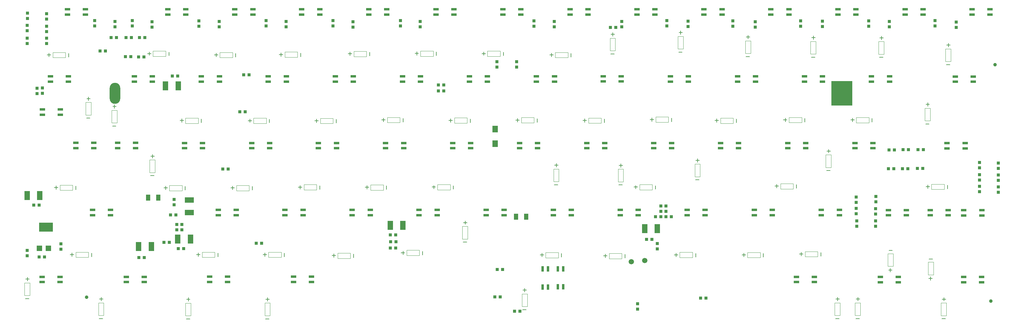
<source format=gbp>
G04 Layer_Color=16770453*
%FSLAX44Y44*%
%MOMM*%
G71*
G01*
G75*
%ADD10C,0.1000*%
%ADD11C,1.0000*%
%ADD19C,0.2032*%
%ADD20C,1.5000*%
%ADD31R,6.0000X7.0000*%
%ADD33R,1.5000X0.8000*%
%ADD34R,0.8000X1.5000*%
%ADD35O,3.0000X6.0000*%
%ADD36R,0.9000X0.9000*%
%ADD37R,0.9000X0.9000*%
%ADD38R,0.9000X0.9000*%
%ADD39R,0.9000X0.9000*%
%ADD40R,1.5240X2.5400*%
%ADD41R,1.2000X1.8000*%
%ADD42R,4.0000X2.5000*%
%ADD43R,2.5400X1.5240*%
%ADD44R,1.5000X1.5000*%
%ADD45R,1.6500X1.8500*%
D10*
X1498316Y2473932D02*
Y2509932D01*
X1483316Y2473932D02*
Y2509932D01*
X1498316D02*
X1483316D01*
X1498316Y2473932D02*
X1483316D01*
X3591022Y2243740D02*
X3576022Y2243740D01*
X3591022Y2207740D02*
X3576022Y2207740D01*
X3591022Y2207740D02*
Y2243740D01*
X3576022Y2207740D02*
Y2243740D01*
X3754598Y2789400D02*
X3739598Y2789400D01*
X3754598Y2825400D02*
X3739598Y2825400D01*
Y2789400D02*
Y2825400D01*
X3754598Y2789400D02*
Y2825400D01*
X3564861Y2809974D02*
Y2845974D01*
X3549861Y2809974D02*
Y2845974D01*
X3564861Y2845974D02*
X3549861Y2845974D01*
X3564861Y2809974D02*
X3549861Y2809974D01*
X3371820Y2810482D02*
X3356820Y2810482D01*
X3371820Y2846482D02*
X3356820Y2846482D01*
Y2810482D02*
Y2846482D01*
X3371820Y2810482D02*
Y2846482D01*
X3186908Y2812260D02*
X3171908D01*
X3186908Y2848260D02*
X3171908D01*
Y2812260D02*
Y2848260D01*
X3186908Y2812260D02*
Y2848260D01*
X2995646Y2824706D02*
X2980646D01*
X2995646Y2860706D02*
X2980646D01*
Y2824706D02*
Y2860706D01*
X2995646Y2824706D02*
Y2860706D01*
X2803114Y2819626D02*
X2788114D01*
X2803114Y2855626D02*
X2788114D01*
Y2819626D02*
Y2855626D01*
X2803114Y2819626D02*
Y2855626D01*
X2668860Y2800214D02*
Y2815214D01*
X2632860Y2800214D02*
Y2815214D01*
X2668860Y2800214D02*
X2632860D01*
X2668860Y2815214D02*
X2632860D01*
X2476860Y2803964D02*
Y2818964D01*
X2440860Y2803964D02*
Y2818964D01*
X2476860Y2803964D02*
X2440860D01*
X2476860Y2818964D02*
X2440860D01*
X2286860Y2804214D02*
Y2819214D01*
X2250860Y2804214D02*
Y2819214D01*
X2286860Y2804214D02*
X2250860D01*
X2286860Y2819214D02*
X2250860D01*
X2097860Y2803464D02*
Y2818464D01*
X2061860Y2803464D02*
Y2818464D01*
X2097860Y2803464D02*
X2061860D01*
X2097860Y2818464D02*
X2061860D01*
X1902360Y2801214D02*
Y2816214D01*
X1866360Y2801214D02*
Y2816214D01*
X1902360Y2801214D02*
X1866360D01*
X1902360Y2816214D02*
X1866360D01*
X1718110Y2800214D02*
Y2815214D01*
X1682110Y2800214D02*
Y2815214D01*
X1718110Y2800214D02*
X1682110D01*
X1718110Y2815214D02*
X1682110D01*
X1528610Y2803964D02*
Y2818964D01*
X1492610Y2803964D02*
Y2818964D01*
X1528610Y2803964D02*
X1492610D01*
X1528610Y2818964D02*
X1492610D01*
X1244360Y2800214D02*
Y2815214D01*
X1208360Y2800214D02*
Y2815214D01*
X1244360Y2800214D02*
X1208360D01*
X1244360Y2815214D02*
X1208360D01*
X3695924Y2620998D02*
X3680924Y2620998D01*
X3695924Y2656998D02*
X3680924Y2656998D01*
Y2620998D02*
Y2656998D01*
X3695924Y2620998D02*
Y2656998D01*
X3522360Y2615464D02*
Y2630464D01*
X3486360Y2615464D02*
Y2630464D01*
X3522360Y2615464D02*
X3486360D01*
X3522360Y2630464D02*
X3486360D01*
X3331610Y2615714D02*
Y2630714D01*
X3295610Y2615714D02*
Y2630714D01*
X3331610Y2615714D02*
X3295610D01*
X3331610Y2630714D02*
X3295610D01*
X3137610Y2628714D02*
X3101610D01*
X3137610Y2613714D02*
X3101610D01*
Y2628714D01*
X3137610Y2613714D02*
Y2628714D01*
X2953860Y2616714D02*
Y2631714D01*
X2917860Y2616714D02*
Y2631714D01*
X2953860Y2616714D02*
X2917860D01*
X2953860Y2631714D02*
X2917860D01*
X2763360Y2613964D02*
Y2628964D01*
X2727361Y2613964D02*
Y2628964D01*
X2763360Y2613964D02*
X2727361D01*
X2763360Y2628964D02*
X2727361D01*
X2572860Y2614964D02*
Y2629964D01*
X2536860Y2614964D02*
Y2629964D01*
X2572860Y2614964D02*
X2536860D01*
X2572860Y2629964D02*
X2536860D01*
X2383110Y2614214D02*
Y2629214D01*
X2347110Y2614214D02*
Y2629214D01*
X2383110Y2614214D02*
X2347110D01*
X2383110Y2629214D02*
X2347110D01*
X2192610Y2615714D02*
Y2630714D01*
X2156610Y2615714D02*
Y2630714D01*
X2192610Y2615714D02*
X2156610D01*
X2192610Y2630714D02*
X2156610D01*
X2003110Y2613214D02*
Y2628214D01*
X1967110Y2613214D02*
Y2628214D01*
X2003110Y2613214D02*
X1967110D01*
X2003110Y2628214D02*
X1967110D01*
X1813860Y2613464D02*
Y2628464D01*
X1777860Y2613464D02*
Y2628464D01*
X1813860Y2613464D02*
X1777860D01*
X1813860Y2628464D02*
X1777860D01*
X1620860Y2613714D02*
Y2628714D01*
X1584860Y2613714D02*
Y2628714D01*
X1620860Y2613714D02*
X1584860D01*
X1620860Y2628714D02*
X1584860D01*
X1390366Y2614902D02*
Y2650902D01*
X1375366Y2614902D02*
Y2650902D01*
X1390366D02*
X1375366D01*
X1390366Y2614902D02*
X1375366D01*
X1316706Y2637254D02*
X1301706Y2637254D01*
X1316706Y2673254D02*
X1301706Y2673254D01*
Y2637254D02*
Y2673254D01*
X1316706Y2637254D02*
Y2673254D01*
X1309610Y2247964D02*
X1273610D01*
X1309610Y2232964D02*
X1273610D01*
Y2247964D01*
X1309610Y2232964D02*
Y2247964D01*
X3735860Y2425964D02*
Y2440964D01*
X3699861Y2425964D02*
Y2440964D01*
X3735860Y2425964D02*
X3699861D01*
X3735860Y2440964D02*
X3699861D01*
X3415000Y2488410D02*
X3400000Y2488410D01*
X3415000Y2524410D02*
X3400000Y2524410D01*
Y2488410D02*
Y2524410D01*
X3415000Y2488410D02*
Y2524410D01*
X3307832Y2427493D02*
Y2442493D01*
X3271832Y2427493D02*
Y2442493D01*
X3307832Y2427493D02*
X3271832D01*
X3307832Y2442493D02*
X3271832D01*
X3043611Y2461964D02*
X3028611D01*
X3043611Y2497964D02*
X3028611D01*
Y2461964D02*
Y2497964D01*
X3043611Y2461964D02*
Y2497964D01*
X2907860Y2424714D02*
Y2439714D01*
X2871860Y2424714D02*
Y2439714D01*
X2907860Y2424714D02*
X2871860D01*
X2907860Y2439714D02*
X2871860D01*
X2826111Y2447714D02*
X2811111D01*
X2826111Y2483714D02*
X2811111D01*
Y2447714D02*
Y2483714D01*
X2826111Y2447714D02*
Y2483714D01*
X2643110Y2448214D02*
X2628110D01*
X2643110Y2484214D02*
X2628110D01*
Y2448214D02*
Y2484214D01*
X2643110Y2448214D02*
Y2484214D01*
X2335110Y2424714D02*
Y2439714D01*
X2299110Y2424714D02*
Y2439714D01*
X2335110Y2424714D02*
X2299110D01*
X2335110Y2439714D02*
X2299110D01*
X2145610Y2423964D02*
Y2438964D01*
X2109610Y2423964D02*
Y2438964D01*
X2145610Y2423964D02*
X2109610D01*
X2145610Y2438964D02*
X2109610D01*
X1956360Y2424464D02*
Y2439464D01*
X1920360Y2424464D02*
Y2439464D01*
X1956360Y2424464D02*
X1920360D01*
X1956360Y2439464D02*
X1920360D01*
X1765110Y2422214D02*
Y2437214D01*
X1729110Y2422214D02*
Y2437214D01*
X1765110Y2422214D02*
X1729110D01*
X1765110Y2437214D02*
X1729110D01*
X1575110Y2422214D02*
Y2437214D01*
X1539110Y2422214D02*
Y2437214D01*
X1575110Y2422214D02*
X1539110D01*
X1575110Y2437214D02*
X1539110D01*
X1264860Y2423464D02*
Y2438464D01*
X1228860Y2423464D02*
Y2438464D01*
X1264860Y2423464D02*
X1228860D01*
X1264860Y2438464D02*
X1228860D01*
X3705068Y2219610D02*
X3690068D01*
X3705068Y2183610D02*
X3690068D01*
X3705068D02*
Y2219610D01*
X3690068Y2183610D02*
Y2219610D01*
X3377110Y2234714D02*
Y2249714D01*
X3341111Y2234714D02*
Y2249714D01*
X3377110Y2234714D02*
X3341111D01*
X3377110Y2249714D02*
X3341111D01*
X3214154Y2232118D02*
Y2247118D01*
X3178154Y2232118D02*
Y2247118D01*
X3214154Y2232118D02*
X3178154D01*
X3214154Y2247118D02*
X3178154D01*
X3022130Y2232372D02*
Y2247372D01*
X2986130Y2232372D02*
Y2247372D01*
X3022130Y2232372D02*
X2986130D01*
X3022130Y2247372D02*
X2986130D01*
X2821610Y2229464D02*
Y2244464D01*
X2785610Y2229464D02*
Y2244464D01*
X2821610Y2229464D02*
X2785610D01*
X2821610Y2244464D02*
X2785610D01*
X2641892Y2231864D02*
Y2246864D01*
X2605892Y2231864D02*
Y2246864D01*
X2641892Y2231864D02*
X2605892D01*
X2641892Y2246864D02*
X2605892D01*
X2384610Y2285214D02*
Y2321214D01*
X2369610Y2285214D02*
Y2321214D01*
X2384610D02*
X2369610D01*
X2384610Y2285214D02*
X2369610D01*
X2247860Y2238214D02*
Y2253214D01*
X2211860Y2238214D02*
Y2253214D01*
X2247860Y2238214D02*
X2211860D01*
X2247860Y2253214D02*
X2211860D01*
X2052110Y2230214D02*
Y2245214D01*
X2016110Y2230214D02*
Y2245214D01*
X2052110Y2230214D02*
X2016110D01*
X2052110Y2245214D02*
X2016110D01*
X1856110Y2232964D02*
Y2247964D01*
X1820110Y2232964D02*
Y2247964D01*
X1856110Y2232964D02*
X1820110D01*
X1856110Y2247964D02*
X1820110D01*
X1667860Y2232964D02*
Y2247964D01*
X1631860Y2232964D02*
Y2247964D01*
X1667860Y2232964D02*
X1631860D01*
X1667860Y2247964D02*
X1631860D01*
X3741860Y2067714D02*
X3726860D01*
X3741860Y2103714D02*
X3726860D01*
Y2067714D02*
Y2103714D01*
X3741860Y2067714D02*
Y2103714D01*
X3498110Y2067964D02*
X3483110D01*
X3498110Y2103964D02*
X3483110D01*
Y2067964D02*
Y2103964D01*
X3498110Y2067964D02*
Y2103964D01*
X3440360Y2067964D02*
X3425360D01*
X3440360Y2103964D02*
X3425360D01*
Y2067964D02*
Y2103964D01*
X3440360Y2067964D02*
Y2103964D01*
X2553610Y2093464D02*
Y2129464D01*
X2538610Y2093464D02*
Y2129464D01*
X2553610D02*
X2538610D01*
X2553610Y2093464D02*
X2538610D01*
X1824341Y2067334D02*
X1809341D01*
X1824341Y2103334D02*
X1809341D01*
Y2067334D02*
Y2103334D01*
X1824341Y2067334D02*
Y2103334D01*
X1599610Y2067214D02*
X1584610D01*
X1599610Y2103214D02*
X1584610D01*
Y2067214D02*
Y2103214D01*
X1599610Y2067214D02*
Y2103214D01*
X1352860Y2067964D02*
X1337860D01*
X1352860Y2103964D02*
X1337860D01*
Y2067964D02*
Y2103964D01*
X1352860Y2067964D02*
Y2103964D01*
X1143360Y2124714D02*
X1128360D01*
X1143360Y2160714D02*
X1128360D01*
Y2124714D02*
Y2160714D01*
X1143360Y2124714D02*
Y2160714D01*
D11*
X3867860Y2108714D02*
D03*
X1303860Y2119464D02*
D03*
X3880110Y2779964D02*
D03*
D19*
X1496324Y2520488D02*
X1486324D01*
X1491324Y2515598D02*
Y2525598D01*
X1495482Y2465008D02*
X1485482D01*
X3588857Y2252664D02*
X3578856Y2252664D01*
X3583014Y2192074D02*
Y2202074D01*
X3588014Y2197184D02*
X3578015D01*
X3751764Y2780476D02*
X3741764D01*
X3747607Y2831066D02*
X3747606Y2841066D01*
X3752606Y2835956D02*
X3742607Y2835956D01*
X3562868Y2856530D02*
X3552868Y2856530D01*
X3557868Y2851640D02*
X3557868Y2861640D01*
X3562026Y2801050D02*
X3552026D01*
X3368986Y2801558D02*
X3358986D01*
X3364828Y2852148D02*
X3364828Y2862148D01*
X3369828Y2857038D02*
X3359828Y2857038D01*
X3184074Y2803336D02*
X3174074D01*
X3179916Y2853926D02*
X3179916Y2863926D01*
X3184916Y2858816D02*
X3174916D01*
X2992812Y2815782D02*
X2982812D01*
X2988654Y2866372D02*
X2988654Y2876372D01*
X2993654Y2871262D02*
X2983654D01*
X2800280Y2810702D02*
X2790280D01*
X2796122Y2861292D02*
X2796122Y2871292D01*
X2801122Y2866182D02*
X2791122D01*
X2677784Y2802380D02*
Y2812380D01*
X2627195Y2808222D02*
X2617195D01*
X2622304Y2803222D02*
Y2813222D01*
X2485784Y2806130D02*
Y2816130D01*
X2435194Y2811972D02*
X2425194D01*
X2430304Y2806972D02*
Y2816972D01*
X2295784Y2806380D02*
Y2816380D01*
X2245194Y2812222D02*
X2235194D01*
X2240304Y2807222D02*
Y2817222D01*
X2106784Y2805630D02*
Y2815630D01*
X2056194Y2811472D02*
X2046194D01*
X2051304Y2806472D02*
Y2816472D01*
X1911284Y2803380D02*
Y2813380D01*
X1860694Y2809222D02*
X1850694D01*
X1855804Y2804222D02*
Y2814222D01*
X1727034Y2802380D02*
Y2812380D01*
X1676444Y2808222D02*
X1666444D01*
X1671554Y2803222D02*
Y2813222D01*
X1537534Y2806130D02*
Y2816130D01*
X1486944Y2811972D02*
X1476944D01*
X1482054Y2806972D02*
Y2816972D01*
X1253284Y2802380D02*
Y2812380D01*
X1202694Y2808222D02*
X1192694D01*
X1197804Y2803222D02*
Y2813222D01*
X3693090Y2612074D02*
X3683090D01*
X3688932Y2662664D02*
X3688932Y2672664D01*
X3693932Y2667554D02*
X3683932Y2667554D01*
X3531284Y2617630D02*
Y2627630D01*
X3480694Y2623472D02*
X3470694D01*
X3475804Y2618472D02*
Y2628472D01*
X3340534Y2617880D02*
Y2627880D01*
X3289944Y2623722D02*
X3279944D01*
X3285054Y2618722D02*
Y2628722D01*
X3091054Y2616722D02*
Y2626722D01*
X3095945Y2621722D02*
X3085944D01*
X3146534Y2615880D02*
Y2625880D01*
X2962784Y2618880D02*
Y2628880D01*
X2912195Y2624722D02*
X2902194D01*
X2907304Y2619722D02*
Y2629722D01*
X2772284Y2616130D02*
Y2626130D01*
X2721694Y2621972D02*
X2711694D01*
X2716804Y2616972D02*
Y2626972D01*
X2581784Y2617130D02*
Y2627130D01*
X2531194Y2622972D02*
X2521194D01*
X2526304Y2617972D02*
Y2627972D01*
X2392034Y2616380D02*
Y2626380D01*
X2341444Y2622222D02*
X2331444D01*
X2336554Y2617222D02*
Y2627222D01*
X2201534Y2617880D02*
Y2627880D01*
X2150944Y2623722D02*
X2140944D01*
X2146054Y2618722D02*
Y2628722D01*
X2012034Y2615380D02*
Y2625380D01*
X1961444Y2621222D02*
X1951444D01*
X1956554Y2616222D02*
Y2626222D01*
X1822784Y2615630D02*
Y2625630D01*
X1772194Y2621472D02*
X1762194D01*
X1767304Y2616472D02*
Y2626472D01*
X1629784Y2615880D02*
Y2625880D01*
X1579194Y2621722D02*
X1569194D01*
X1574304Y2616722D02*
Y2626722D01*
X1388374Y2661458D02*
X1378374D01*
X1383374Y2656568D02*
X1383374Y2666568D01*
X1387532Y2605978D02*
X1377532D01*
X1313872Y2628330D02*
X1303872D01*
X1309714Y2678920D02*
X1309714Y2688920D01*
X1314714Y2683810D02*
X1304714Y2683810D01*
X1263054Y2235972D02*
Y2245972D01*
X1267944Y2240972D02*
X1257944D01*
X1318534Y2235130D02*
Y2245130D01*
X3744785Y2428130D02*
Y2438130D01*
X3694194Y2433972D02*
X3684194D01*
X3689305Y2428972D02*
Y2438972D01*
X3412166Y2479486D02*
X3402166D01*
X3408008Y2530076D02*
X3408008Y2540076D01*
X3413008Y2534966D02*
X3403008Y2534966D01*
X3316756Y2429659D02*
Y2439659D01*
X3266166Y2435501D02*
X3256166D01*
X3261276Y2430501D02*
Y2440501D01*
X3040776Y2453040D02*
X3030776D01*
X3036618Y2503630D02*
Y2513630D01*
X3041618Y2508520D02*
X3031618D01*
X2916784Y2426880D02*
Y2436880D01*
X2866194Y2432722D02*
X2856194D01*
X2861304Y2427722D02*
Y2437722D01*
X2823276Y2438790D02*
X2813276D01*
X2819118Y2489380D02*
Y2499380D01*
X2824118Y2494270D02*
X2814118D01*
X2640276Y2439290D02*
X2630276D01*
X2636118Y2489880D02*
Y2499880D01*
X2641118Y2494770D02*
X2631118D01*
X2344034Y2426880D02*
Y2436880D01*
X2293444Y2432722D02*
X2283444D01*
X2288554Y2427722D02*
Y2437722D01*
X2154534Y2426130D02*
Y2436130D01*
X2103944Y2431972D02*
X2093944D01*
X2099054Y2426972D02*
Y2436972D01*
X1965284Y2426630D02*
Y2436630D01*
X1914694Y2432472D02*
X1904694D01*
X1909804Y2427472D02*
Y2437472D01*
X1774034Y2424380D02*
Y2434380D01*
X1723444Y2430222D02*
X1713444D01*
X1718554Y2425222D02*
Y2435222D01*
X1584034Y2424380D02*
Y2434380D01*
X1533444Y2430222D02*
X1523444D01*
X1528554Y2425222D02*
Y2435222D01*
X1273784Y2425630D02*
Y2435630D01*
X1223194Y2431472D02*
X1213194D01*
X1218304Y2426472D02*
Y2436472D01*
X3702903Y2228534D02*
X3692903D01*
X3697060Y2167944D02*
X3697060Y2177944D01*
X3702060Y2173054D02*
X3692061Y2173054D01*
X3386035Y2236880D02*
Y2246880D01*
X3335444Y2242722D02*
X3325444D01*
X3330554Y2237722D02*
Y2247722D01*
X3223078Y2234284D02*
Y2244284D01*
X3172488Y2240126D02*
X3162488D01*
X3167598Y2235126D02*
Y2245126D01*
X3031054Y2234538D02*
Y2244538D01*
X2980464Y2240380D02*
X2970464D01*
X2975574Y2235380D02*
Y2245380D01*
X2830534Y2231630D02*
Y2241630D01*
X2779944Y2237472D02*
X2769944D01*
X2775054Y2232472D02*
Y2242472D01*
X2650816Y2234030D02*
Y2244030D01*
X2600226Y2239872D02*
X2590226D01*
X2595336Y2234872D02*
Y2244872D01*
X2382618Y2331770D02*
X2372618D01*
X2377618Y2326880D02*
Y2336880D01*
X2381776Y2276290D02*
X2371776D01*
X2256784Y2240380D02*
Y2250380D01*
X2206194Y2246222D02*
X2196194D01*
X2201304Y2241222D02*
Y2251222D01*
X2061034Y2232380D02*
Y2242380D01*
X2010444Y2238222D02*
X2000444D01*
X2005554Y2233222D02*
Y2243222D01*
X1865034Y2235130D02*
Y2245130D01*
X1814444Y2240972D02*
X1804444D01*
X1809554Y2235972D02*
Y2245972D01*
X1676784Y2235130D02*
Y2245130D01*
X1626194Y2240972D02*
X1616194D01*
X1621304Y2235972D02*
Y2245972D01*
X3739026Y2058790D02*
X3729026D01*
X3734868Y2109380D02*
Y2119380D01*
X3739868Y2114270D02*
X3729868D01*
X3495276Y2059040D02*
X3485276D01*
X3491118Y2109630D02*
Y2119630D01*
X3496118Y2114520D02*
X3486118D01*
X3437526Y2059040D02*
X3427526D01*
X3433368Y2109630D02*
Y2119630D01*
X3438368Y2114520D02*
X3428369D01*
X2551618Y2140020D02*
X2541618D01*
X2546618Y2135130D02*
Y2145130D01*
X2550776Y2084540D02*
X2540776D01*
X1821506Y2058410D02*
X1811506D01*
X1817348Y2109000D02*
Y2119000D01*
X1822348Y2113890D02*
X1812348D01*
X1596776Y2058290D02*
X1586776D01*
X1592618Y2108880D02*
Y2118880D01*
X1597618Y2113770D02*
X1587618D01*
X1350026Y2059040D02*
X1340026D01*
X1345868Y2109630D02*
Y2119630D01*
X1350868Y2114520D02*
X1340868D01*
X1140526Y2115790D02*
X1130526D01*
X1136368Y2166380D02*
Y2176380D01*
X1141368Y2171270D02*
X1131368D01*
D20*
X2886272Y2223653D02*
D03*
X2848585Y2220198D02*
D03*
D31*
X3445110Y2698714D02*
D03*
D33*
X1443273Y2558114D02*
D03*
Y2543114D02*
D03*
X1392273Y2558114D02*
D03*
Y2543114D02*
D03*
X1229574Y2653114D02*
D03*
Y2638114D02*
D03*
X1178573Y2653114D02*
D03*
Y2638114D02*
D03*
X3628410Y2367464D02*
D03*
Y2352464D02*
D03*
X3577410Y2367464D02*
D03*
Y2352464D02*
D03*
X3842187Y2366794D02*
D03*
Y2351794D02*
D03*
X3791187Y2366794D02*
D03*
Y2351794D02*
D03*
X1416610Y2162714D02*
D03*
Y2177714D02*
D03*
X1467610Y2162714D02*
D03*
Y2177714D02*
D03*
X3865610Y2937714D02*
D03*
Y2922714D02*
D03*
X3814610Y2937714D02*
D03*
Y2922714D02*
D03*
X3624610Y2922464D02*
D03*
Y2937464D02*
D03*
X3675610Y2922464D02*
D03*
Y2937464D02*
D03*
X3485610D02*
D03*
Y2922464D02*
D03*
X3434610Y2937464D02*
D03*
Y2922464D02*
D03*
X3244360Y2922714D02*
D03*
Y2937714D02*
D03*
X3295360Y2922714D02*
D03*
Y2937714D02*
D03*
X3105610Y2937464D02*
D03*
Y2922464D02*
D03*
X3054610Y2937464D02*
D03*
Y2922464D02*
D03*
X2864860D02*
D03*
Y2937464D02*
D03*
X2915860Y2922464D02*
D03*
Y2937464D02*
D03*
X2725610D02*
D03*
Y2922464D02*
D03*
X2674610Y2937464D02*
D03*
Y2922464D02*
D03*
X2484360D02*
D03*
Y2937464D02*
D03*
X2535360Y2922464D02*
D03*
Y2937464D02*
D03*
X2345610D02*
D03*
Y2922464D02*
D03*
X2294610Y2937464D02*
D03*
Y2922464D02*
D03*
X2104360D02*
D03*
Y2937464D02*
D03*
X2155360Y2922464D02*
D03*
Y2937464D02*
D03*
X1965110D02*
D03*
Y2922464D02*
D03*
X1914110Y2937464D02*
D03*
Y2922464D02*
D03*
X1724610D02*
D03*
Y2937464D02*
D03*
X1775610Y2922464D02*
D03*
Y2937464D02*
D03*
X1585610D02*
D03*
Y2922464D02*
D03*
X1534610Y2937464D02*
D03*
Y2922464D02*
D03*
X1250110Y2922714D02*
D03*
Y2937714D02*
D03*
X1301110Y2922714D02*
D03*
Y2937714D02*
D03*
X3818360Y2746714D02*
D03*
Y2731714D02*
D03*
X3767360Y2746714D02*
D03*
Y2731714D02*
D03*
X3529610Y2731964D02*
D03*
Y2746964D02*
D03*
X3580610Y2731964D02*
D03*
Y2746964D02*
D03*
X3390860D02*
D03*
Y2731964D02*
D03*
X3339860Y2746964D02*
D03*
Y2731964D02*
D03*
X3149610D02*
D03*
Y2746964D02*
D03*
X3200610Y2731964D02*
D03*
Y2746964D02*
D03*
X3010360Y2747214D02*
D03*
Y2732214D02*
D03*
X2959360Y2747214D02*
D03*
Y2732214D02*
D03*
X2769110Y2732464D02*
D03*
Y2747464D02*
D03*
X2820110Y2732464D02*
D03*
Y2747464D02*
D03*
X2630610Y2746964D02*
D03*
Y2731964D02*
D03*
X2579610Y2746964D02*
D03*
Y2731964D02*
D03*
X2389610Y2732214D02*
D03*
Y2747214D02*
D03*
X2440610Y2732214D02*
D03*
Y2747214D02*
D03*
X2250860Y2746964D02*
D03*
Y2731964D02*
D03*
X2199860Y2746964D02*
D03*
Y2731964D02*
D03*
X2009360D02*
D03*
Y2746964D02*
D03*
X2060360Y2731964D02*
D03*
Y2746964D02*
D03*
X1870360D02*
D03*
Y2731964D02*
D03*
X1819360Y2746964D02*
D03*
Y2731964D02*
D03*
X1629610D02*
D03*
Y2746964D02*
D03*
X1680610Y2731964D02*
D03*
Y2746964D02*
D03*
X1490360D02*
D03*
Y2731964D02*
D03*
X1439360Y2746964D02*
D03*
Y2731964D02*
D03*
X1201610D02*
D03*
Y2746964D02*
D03*
X1252610Y2731964D02*
D03*
Y2746964D02*
D03*
X1371860Y2367964D02*
D03*
Y2352964D02*
D03*
X1320860Y2367964D02*
D03*
Y2352964D02*
D03*
X3743860Y2542714D02*
D03*
Y2557714D02*
D03*
X3794861Y2542714D02*
D03*
Y2557714D02*
D03*
X3533360Y2557964D02*
D03*
Y2542964D02*
D03*
X3482360Y2557964D02*
D03*
Y2542964D02*
D03*
X3292110D02*
D03*
Y2557964D02*
D03*
X3343110Y2542964D02*
D03*
Y2557964D02*
D03*
X3152610D02*
D03*
Y2542964D02*
D03*
X3101610Y2557964D02*
D03*
Y2542964D02*
D03*
X2912110D02*
D03*
Y2557964D02*
D03*
X2963110Y2542964D02*
D03*
Y2557964D02*
D03*
X2773611D02*
D03*
Y2542964D02*
D03*
X2722610Y2557964D02*
D03*
Y2542964D02*
D03*
X2531860D02*
D03*
Y2557964D02*
D03*
X2582860Y2542964D02*
D03*
Y2557964D02*
D03*
X2393360D02*
D03*
Y2542964D02*
D03*
X2342360Y2557964D02*
D03*
Y2542964D02*
D03*
X2152110D02*
D03*
Y2557964D02*
D03*
X2203110Y2542964D02*
D03*
Y2557964D02*
D03*
X2012610D02*
D03*
Y2542964D02*
D03*
X1961610Y2557964D02*
D03*
Y2542964D02*
D03*
X1772110D02*
D03*
Y2557964D02*
D03*
X1823110Y2542964D02*
D03*
Y2557964D02*
D03*
X1632860D02*
D03*
Y2542964D02*
D03*
X1581860Y2557964D02*
D03*
Y2542964D02*
D03*
X1273360Y2543214D02*
D03*
Y2558214D02*
D03*
X1324360Y2543214D02*
D03*
Y2558214D02*
D03*
X3747110Y2367464D02*
D03*
Y2352464D02*
D03*
X3696110Y2367464D02*
D03*
Y2352464D02*
D03*
X3387360Y2352714D02*
D03*
Y2367714D02*
D03*
X3438360Y2352714D02*
D03*
Y2367714D02*
D03*
X3248110D02*
D03*
Y2352714D02*
D03*
X3197110Y2367714D02*
D03*
Y2352714D02*
D03*
X3006860D02*
D03*
Y2367714D02*
D03*
X3057860Y2352714D02*
D03*
Y2367714D02*
D03*
X2868360D02*
D03*
Y2352714D02*
D03*
X2817360Y2367714D02*
D03*
Y2352714D02*
D03*
X2627360D02*
D03*
Y2367714D02*
D03*
X2678360Y2352714D02*
D03*
Y2367714D02*
D03*
X2488110D02*
D03*
Y2352714D02*
D03*
X2437110Y2367714D02*
D03*
Y2352714D02*
D03*
X2246860D02*
D03*
Y2367714D02*
D03*
X2297860Y2352714D02*
D03*
Y2367714D02*
D03*
X2108360D02*
D03*
Y2352714D02*
D03*
X2057360Y2367714D02*
D03*
Y2352714D02*
D03*
X1866860D02*
D03*
Y2367714D02*
D03*
X1917860Y2352714D02*
D03*
Y2367714D02*
D03*
X1728360D02*
D03*
Y2352714D02*
D03*
X1677360Y2367714D02*
D03*
Y2352714D02*
D03*
X3790610Y2162464D02*
D03*
Y2177464D02*
D03*
X3841610Y2162464D02*
D03*
Y2177464D02*
D03*
X3605610D02*
D03*
Y2162464D02*
D03*
X3554610Y2177464D02*
D03*
Y2162464D02*
D03*
X3316610Y2162714D02*
D03*
Y2177714D02*
D03*
X3367610Y2162714D02*
D03*
Y2177714D02*
D03*
X1891110Y2162964D02*
D03*
Y2177964D02*
D03*
X1942110Y2162964D02*
D03*
Y2177964D02*
D03*
X1704110D02*
D03*
Y2162964D02*
D03*
X1653110Y2177964D02*
D03*
Y2162964D02*
D03*
X1178110Y2162714D02*
D03*
Y2177714D02*
D03*
X1229110Y2162714D02*
D03*
Y2177714D02*
D03*
D34*
X2597361Y2199932D02*
D03*
X2597361Y2148932D02*
D03*
X2612361D02*
D03*
X2612361Y2199932D02*
D03*
X2640286Y2200186D02*
D03*
X2655286D02*
D03*
X2640286Y2149186D02*
D03*
X2655286Y2149186D02*
D03*
D35*
X1384610Y2698714D02*
D03*
D36*
X1764888Y2751098D02*
D03*
X1749648D02*
D03*
X1753712Y2646196D02*
D03*
X1738472D02*
D03*
X1705706Y2484144D02*
D03*
X1690466D02*
D03*
X1800702Y2273070D02*
D03*
X1785462D02*
D03*
X2532476Y2079776D02*
D03*
X2517236D02*
D03*
X2483980Y2198964D02*
D03*
X2468741D02*
D03*
X2165740Y2276964D02*
D03*
X2180480Y2296714D02*
D03*
X2165240D02*
D03*
D37*
X1135984Y2237510D02*
D03*
Y2252750D02*
D03*
X1163918Y2713674D02*
D03*
X1178904Y2713928D02*
D03*
X1552360Y2397834D02*
D03*
D38*
X1163918Y2698434D02*
D03*
X1178904Y2698688D02*
D03*
X1552360Y2382594D02*
D03*
X2922621Y2256814D02*
D03*
Y2272054D02*
D03*
X2866360Y2100834D02*
D03*
Y2085594D02*
D03*
X1559672Y2311228D02*
D03*
Y2326468D02*
D03*
X2946472Y2379064D02*
D03*
Y2363824D02*
D03*
X2931994Y2379064D02*
D03*
Y2363824D02*
D03*
X1574658Y2326214D02*
D03*
Y2310974D02*
D03*
X1190775Y2855520D02*
D03*
Y2840280D02*
D03*
X3541444Y2336290D02*
D03*
Y2321050D02*
D03*
X3888794Y2433288D02*
D03*
Y2418048D02*
D03*
X1190775Y2889730D02*
D03*
Y2874490D02*
D03*
X3541452Y2371300D02*
D03*
Y2356060D02*
D03*
X3888794Y2466998D02*
D03*
X3888794Y2451758D02*
D03*
X1190775Y2909622D02*
D03*
Y2924862D02*
D03*
X3542280Y2390708D02*
D03*
Y2405948D02*
D03*
X3888794Y2501208D02*
D03*
Y2485968D02*
D03*
X1136110Y2855834D02*
D03*
Y2840594D02*
D03*
X3488104Y2336290D02*
D03*
Y2321050D02*
D03*
X3835454Y2434478D02*
D03*
Y2419238D02*
D03*
X1136110Y2891584D02*
D03*
Y2876344D02*
D03*
X3486240Y2372552D02*
D03*
Y2357312D02*
D03*
X3835454Y2468188D02*
D03*
Y2452948D02*
D03*
X1136860Y2911594D02*
D03*
Y2926834D02*
D03*
X3486146Y2389358D02*
D03*
Y2404598D02*
D03*
X3835454Y2487158D02*
D03*
Y2502398D02*
D03*
X3709678Y2890136D02*
D03*
Y2905376D02*
D03*
X3521610Y2889594D02*
D03*
Y2904834D02*
D03*
X3328610Y2889844D02*
D03*
Y2905084D02*
D03*
X3136111Y2889844D02*
D03*
Y2905084D02*
D03*
X2949110Y2890344D02*
D03*
Y2905584D02*
D03*
X2572360Y2889844D02*
D03*
Y2905084D02*
D03*
X2467700Y2773872D02*
D03*
Y2789112D02*
D03*
X2194110Y2890344D02*
D03*
Y2905584D02*
D03*
X2002860Y2890344D02*
D03*
Y2905584D02*
D03*
X1813360Y2890344D02*
D03*
Y2905584D02*
D03*
X1622610Y2889844D02*
D03*
Y2905084D02*
D03*
X1433610Y2890094D02*
D03*
Y2905334D02*
D03*
X1327360Y2890594D02*
D03*
Y2905834D02*
D03*
X3769610Y2901584D02*
D03*
Y2886344D02*
D03*
X3580110Y2902834D02*
D03*
Y2887594D02*
D03*
X3390110Y2888344D02*
D03*
Y2903584D02*
D03*
X3199610Y2902084D02*
D03*
Y2886844D02*
D03*
X3009641Y2888992D02*
D03*
Y2904232D02*
D03*
X2821770Y2887594D02*
D03*
Y2902834D02*
D03*
X2629937Y2887905D02*
D03*
Y2903145D02*
D03*
X2523453Y2773461D02*
D03*
Y2788701D02*
D03*
X2249867Y2902836D02*
D03*
Y2887596D02*
D03*
X2059590Y2886964D02*
D03*
Y2902204D02*
D03*
X1869761Y2887558D02*
D03*
Y2902798D02*
D03*
X1680117Y2887974D02*
D03*
Y2903214D02*
D03*
X1490053Y2886638D02*
D03*
Y2901878D02*
D03*
X1384860Y2903084D02*
D03*
Y2887844D02*
D03*
X1231254Y2255900D02*
D03*
Y2271140D02*
D03*
D39*
X1562730Y2748464D02*
D03*
X1547491D02*
D03*
X1169730Y2381214D02*
D03*
X1154491D02*
D03*
X1467730Y2232214D02*
D03*
X1452491D02*
D03*
X2461490Y2120714D02*
D03*
X2476730D02*
D03*
X1169741Y2234464D02*
D03*
X1184980D02*
D03*
X2946472Y2348838D02*
D03*
X2961712D02*
D03*
X2931994D02*
D03*
X2916754D02*
D03*
X2891721Y2283834D02*
D03*
X2906960D02*
D03*
X3060542Y2117622D02*
D03*
X3045302D02*
D03*
X1563990Y2257714D02*
D03*
X1579230D02*
D03*
X1541990Y2353464D02*
D03*
X1557230D02*
D03*
X2180980Y2276964D02*
D03*
X2180730Y2259464D02*
D03*
X2165490D02*
D03*
X1469652Y2857212D02*
D03*
X1454412D02*
D03*
X3676206Y2538538D02*
D03*
X3660966D02*
D03*
X1415622Y2857462D02*
D03*
X1430862D02*
D03*
X3619426Y2538538D02*
D03*
X3634666D02*
D03*
X1373832Y2856962D02*
D03*
X1389072D02*
D03*
X3594566Y2538288D02*
D03*
X3579326D02*
D03*
X1451240Y2802464D02*
D03*
X1466480D02*
D03*
X3659740Y2485214D02*
D03*
X3674980D02*
D03*
X1414352Y2802852D02*
D03*
X1429592D02*
D03*
X3632730Y2484964D02*
D03*
X3617491D02*
D03*
X1357480Y2819214D02*
D03*
X1342240D02*
D03*
X3592614Y2484948D02*
D03*
X3577374D02*
D03*
X1538980Y2275964D02*
D03*
X1523740D02*
D03*
X2804244Y2885816D02*
D03*
X2789005D02*
D03*
X2316596Y2705996D02*
D03*
X2301356D02*
D03*
Y2722760D02*
D03*
X2316596D02*
D03*
D40*
X1563860Y2719964D02*
D03*
X1528067Y2719916D02*
D03*
X1135817Y2408166D02*
D03*
X1171610Y2408214D02*
D03*
X1562860Y2285214D02*
D03*
X1598654Y2285262D02*
D03*
X1487734Y2264012D02*
D03*
X1451940Y2263964D02*
D03*
X2165360Y2323714D02*
D03*
X2201154Y2323762D02*
D03*
X2886841Y2314834D02*
D03*
X2922634Y2314882D02*
D03*
D41*
X2521860Y2348714D02*
D03*
X2550860D02*
D03*
X1507861Y2402964D02*
D03*
X1478860D02*
D03*
D42*
X1188836Y2319146D02*
D03*
D43*
X1595360Y2395964D02*
D03*
X1595408Y2360170D02*
D03*
D44*
X1196110Y2258714D02*
D03*
X1170110D02*
D03*
D45*
X2462860Y2597144D02*
D03*
X2462860Y2555644D02*
D03*
M02*

</source>
